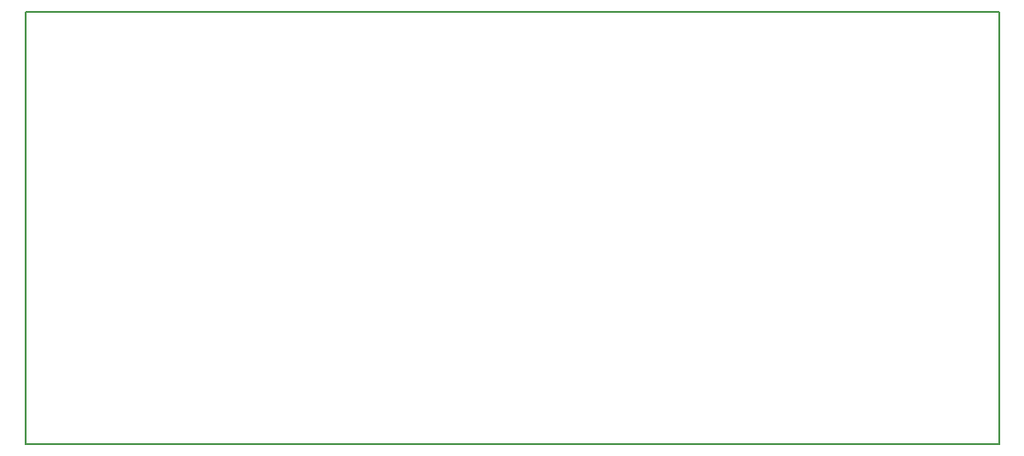
<source format=gm1>
G04 Layer_Color=16711680*
%FSLAX44Y44*%
%MOMM*%
G71*
G01*
G75*
%ADD42C,0.2000*%
D42*
X0Y-0D02*
X900000D01*
Y400000D01*
X0D02*
X900000D01*
X0Y-0D02*
Y400000D01*
M02*

</source>
